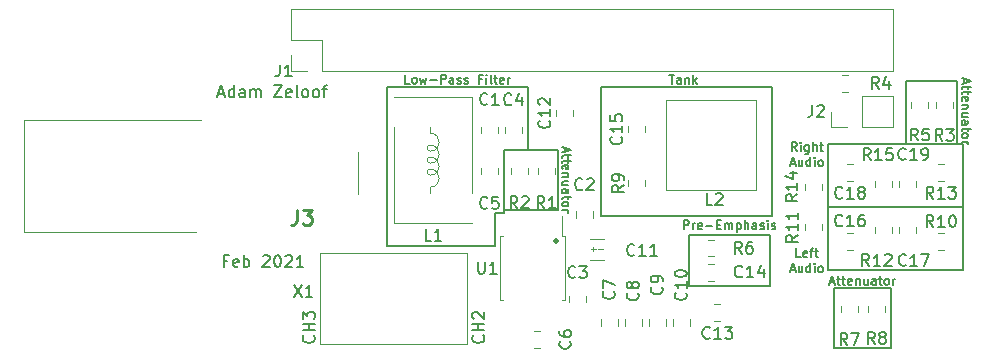
<source format=gto>
G04 #@! TF.GenerationSoftware,KiCad,Pcbnew,(5.1.9)-1*
G04 #@! TF.CreationDate,2021-03-17T22:20:43-04:00*
G04 #@! TF.ProjectId,pi_zero_video_modulator,70695f7a-6572-46f5-9f76-6964656f5f6d,rev?*
G04 #@! TF.SameCoordinates,Original*
G04 #@! TF.FileFunction,Legend,Top*
G04 #@! TF.FilePolarity,Positive*
%FSLAX46Y46*%
G04 Gerber Fmt 4.6, Leading zero omitted, Abs format (unit mm)*
G04 Created by KiCad (PCBNEW (5.1.9)-1) date 2021-03-17 22:20:43*
%MOMM*%
%LPD*%
G01*
G04 APERTURE LIST*
%ADD10C,0.100000*%
%ADD11C,0.500000*%
%ADD12C,0.150000*%
%ADD13C,0.120000*%
%ADD14C,0.254000*%
G04 APERTURE END LIST*
D10*
X44940600Y-45704914D02*
X45321552Y-45704914D01*
X45131076Y-45895390D02*
X45131076Y-45514438D01*
X45559647Y-45704914D02*
X45940600Y-45704914D01*
D11*
X41935400Y-44983400D02*
G75*
G03*
X41935400Y-44983400I0J0D01*
G01*
D12*
X14146590Y-46689971D02*
X13813257Y-46689971D01*
X13813257Y-47213780D02*
X13813257Y-46213780D01*
X14289447Y-46213780D01*
X15051352Y-47166161D02*
X14956114Y-47213780D01*
X14765638Y-47213780D01*
X14670400Y-47166161D01*
X14622780Y-47070923D01*
X14622780Y-46689971D01*
X14670400Y-46594733D01*
X14765638Y-46547114D01*
X14956114Y-46547114D01*
X15051352Y-46594733D01*
X15098971Y-46689971D01*
X15098971Y-46785209D01*
X14622780Y-46880447D01*
X15527542Y-47213780D02*
X15527542Y-46213780D01*
X15527542Y-46594733D02*
X15622780Y-46547114D01*
X15813257Y-46547114D01*
X15908495Y-46594733D01*
X15956114Y-46642352D01*
X16003733Y-46737590D01*
X16003733Y-47023304D01*
X15956114Y-47118542D01*
X15908495Y-47166161D01*
X15813257Y-47213780D01*
X15622780Y-47213780D01*
X15527542Y-47166161D01*
X17146590Y-46309019D02*
X17194209Y-46261400D01*
X17289447Y-46213780D01*
X17527542Y-46213780D01*
X17622780Y-46261400D01*
X17670400Y-46309019D01*
X17718019Y-46404257D01*
X17718019Y-46499495D01*
X17670400Y-46642352D01*
X17098971Y-47213780D01*
X17718019Y-47213780D01*
X18337066Y-46213780D02*
X18432304Y-46213780D01*
X18527542Y-46261400D01*
X18575161Y-46309019D01*
X18622780Y-46404257D01*
X18670400Y-46594733D01*
X18670400Y-46832828D01*
X18622780Y-47023304D01*
X18575161Y-47118542D01*
X18527542Y-47166161D01*
X18432304Y-47213780D01*
X18337066Y-47213780D01*
X18241828Y-47166161D01*
X18194209Y-47118542D01*
X18146590Y-47023304D01*
X18098971Y-46832828D01*
X18098971Y-46594733D01*
X18146590Y-46404257D01*
X18194209Y-46309019D01*
X18241828Y-46261400D01*
X18337066Y-46213780D01*
X19051352Y-46309019D02*
X19098971Y-46261400D01*
X19194209Y-46213780D01*
X19432304Y-46213780D01*
X19527542Y-46261400D01*
X19575161Y-46309019D01*
X19622780Y-46404257D01*
X19622780Y-46499495D01*
X19575161Y-46642352D01*
X19003733Y-47213780D01*
X19622780Y-47213780D01*
X20575161Y-47213780D02*
X20003733Y-47213780D01*
X20289447Y-47213780D02*
X20289447Y-46213780D01*
X20194209Y-46356638D01*
X20098971Y-46451876D01*
X20003733Y-46499495D01*
X13384780Y-32551666D02*
X13860971Y-32551666D01*
X13289542Y-32837380D02*
X13622876Y-31837380D01*
X13956209Y-32837380D01*
X14718114Y-32837380D02*
X14718114Y-31837380D01*
X14718114Y-32789761D02*
X14622876Y-32837380D01*
X14432400Y-32837380D01*
X14337161Y-32789761D01*
X14289542Y-32742142D01*
X14241923Y-32646904D01*
X14241923Y-32361190D01*
X14289542Y-32265952D01*
X14337161Y-32218333D01*
X14432400Y-32170714D01*
X14622876Y-32170714D01*
X14718114Y-32218333D01*
X15622876Y-32837380D02*
X15622876Y-32313571D01*
X15575257Y-32218333D01*
X15480019Y-32170714D01*
X15289542Y-32170714D01*
X15194304Y-32218333D01*
X15622876Y-32789761D02*
X15527638Y-32837380D01*
X15289542Y-32837380D01*
X15194304Y-32789761D01*
X15146685Y-32694523D01*
X15146685Y-32599285D01*
X15194304Y-32504047D01*
X15289542Y-32456428D01*
X15527638Y-32456428D01*
X15622876Y-32408809D01*
X16099066Y-32837380D02*
X16099066Y-32170714D01*
X16099066Y-32265952D02*
X16146685Y-32218333D01*
X16241923Y-32170714D01*
X16384780Y-32170714D01*
X16480019Y-32218333D01*
X16527638Y-32313571D01*
X16527638Y-32837380D01*
X16527638Y-32313571D02*
X16575257Y-32218333D01*
X16670495Y-32170714D01*
X16813352Y-32170714D01*
X16908590Y-32218333D01*
X16956209Y-32313571D01*
X16956209Y-32837380D01*
X18099066Y-31837380D02*
X18765733Y-31837380D01*
X18099066Y-32837380D01*
X18765733Y-32837380D01*
X19527638Y-32789761D02*
X19432400Y-32837380D01*
X19241923Y-32837380D01*
X19146685Y-32789761D01*
X19099066Y-32694523D01*
X19099066Y-32313571D01*
X19146685Y-32218333D01*
X19241923Y-32170714D01*
X19432400Y-32170714D01*
X19527638Y-32218333D01*
X19575257Y-32313571D01*
X19575257Y-32408809D01*
X19099066Y-32504047D01*
X20146685Y-32837380D02*
X20051447Y-32789761D01*
X20003828Y-32694523D01*
X20003828Y-31837380D01*
X20670495Y-32837380D02*
X20575257Y-32789761D01*
X20527638Y-32742142D01*
X20480019Y-32646904D01*
X20480019Y-32361190D01*
X20527638Y-32265952D01*
X20575257Y-32218333D01*
X20670495Y-32170714D01*
X20813352Y-32170714D01*
X20908590Y-32218333D01*
X20956209Y-32265952D01*
X21003828Y-32361190D01*
X21003828Y-32646904D01*
X20956209Y-32742142D01*
X20908590Y-32789761D01*
X20813352Y-32837380D01*
X20670495Y-32837380D01*
X21575257Y-32837380D02*
X21480019Y-32789761D01*
X21432400Y-32742142D01*
X21384780Y-32646904D01*
X21384780Y-32361190D01*
X21432400Y-32265952D01*
X21480019Y-32218333D01*
X21575257Y-32170714D01*
X21718114Y-32170714D01*
X21813352Y-32218333D01*
X21860971Y-32265952D01*
X21908590Y-32361190D01*
X21908590Y-32646904D01*
X21860971Y-32742142D01*
X21813352Y-32789761D01*
X21718114Y-32837380D01*
X21575257Y-32837380D01*
X22194304Y-32170714D02*
X22575257Y-32170714D01*
X22337161Y-32837380D02*
X22337161Y-31980238D01*
X22384780Y-31885000D01*
X22480019Y-31837380D01*
X22575257Y-31837380D01*
X75946000Y-31496000D02*
X75946000Y-36830000D01*
X71628000Y-31496000D02*
X75946000Y-31496000D01*
X71628000Y-36830000D02*
X71628000Y-31496000D01*
X76532200Y-31303857D02*
X76532200Y-31661000D01*
X76317914Y-31232428D02*
X77067914Y-31482428D01*
X76317914Y-31732428D01*
X76817914Y-31875285D02*
X76817914Y-32161000D01*
X77067914Y-31982428D02*
X76425057Y-31982428D01*
X76353628Y-32018142D01*
X76317914Y-32089571D01*
X76317914Y-32161000D01*
X76817914Y-32303857D02*
X76817914Y-32589571D01*
X77067914Y-32411000D02*
X76425057Y-32411000D01*
X76353628Y-32446714D01*
X76317914Y-32518142D01*
X76317914Y-32589571D01*
X76353628Y-33125285D02*
X76317914Y-33053857D01*
X76317914Y-32911000D01*
X76353628Y-32839571D01*
X76425057Y-32803857D01*
X76710771Y-32803857D01*
X76782200Y-32839571D01*
X76817914Y-32911000D01*
X76817914Y-33053857D01*
X76782200Y-33125285D01*
X76710771Y-33161000D01*
X76639342Y-33161000D01*
X76567914Y-32803857D01*
X76817914Y-33482428D02*
X76317914Y-33482428D01*
X76746485Y-33482428D02*
X76782200Y-33518142D01*
X76817914Y-33589571D01*
X76817914Y-33696714D01*
X76782200Y-33768142D01*
X76710771Y-33803857D01*
X76317914Y-33803857D01*
X76817914Y-34482428D02*
X76317914Y-34482428D01*
X76817914Y-34161000D02*
X76425057Y-34161000D01*
X76353628Y-34196714D01*
X76317914Y-34268142D01*
X76317914Y-34375285D01*
X76353628Y-34446714D01*
X76389342Y-34482428D01*
X76317914Y-35161000D02*
X76710771Y-35161000D01*
X76782200Y-35125285D01*
X76817914Y-35053857D01*
X76817914Y-34911000D01*
X76782200Y-34839571D01*
X76353628Y-35161000D02*
X76317914Y-35089571D01*
X76317914Y-34911000D01*
X76353628Y-34839571D01*
X76425057Y-34803857D01*
X76496485Y-34803857D01*
X76567914Y-34839571D01*
X76603628Y-34911000D01*
X76603628Y-35089571D01*
X76639342Y-35161000D01*
X76817914Y-35411000D02*
X76817914Y-35696714D01*
X77067914Y-35518142D02*
X76425057Y-35518142D01*
X76353628Y-35553857D01*
X76317914Y-35625285D01*
X76317914Y-35696714D01*
X76317914Y-36053857D02*
X76353628Y-35982428D01*
X76389342Y-35946714D01*
X76460771Y-35911000D01*
X76675057Y-35911000D01*
X76746485Y-35946714D01*
X76782200Y-35982428D01*
X76817914Y-36053857D01*
X76817914Y-36161000D01*
X76782200Y-36232428D01*
X76746485Y-36268142D01*
X76675057Y-36303857D01*
X76460771Y-36303857D01*
X76389342Y-36268142D01*
X76353628Y-36232428D01*
X76317914Y-36161000D01*
X76317914Y-36053857D01*
X76317914Y-36625285D02*
X76817914Y-36625285D01*
X76675057Y-36625285D02*
X76746485Y-36661000D01*
X76782200Y-36696714D01*
X76817914Y-36768142D01*
X76817914Y-36839571D01*
X65162057Y-48512000D02*
X65519200Y-48512000D01*
X65090628Y-48726285D02*
X65340628Y-47976285D01*
X65590628Y-48726285D01*
X65733485Y-48226285D02*
X66019200Y-48226285D01*
X65840628Y-47976285D02*
X65840628Y-48619142D01*
X65876342Y-48690571D01*
X65947771Y-48726285D01*
X66019200Y-48726285D01*
X66162057Y-48226285D02*
X66447771Y-48226285D01*
X66269200Y-47976285D02*
X66269200Y-48619142D01*
X66304914Y-48690571D01*
X66376342Y-48726285D01*
X66447771Y-48726285D01*
X66983485Y-48690571D02*
X66912057Y-48726285D01*
X66769200Y-48726285D01*
X66697771Y-48690571D01*
X66662057Y-48619142D01*
X66662057Y-48333428D01*
X66697771Y-48262000D01*
X66769200Y-48226285D01*
X66912057Y-48226285D01*
X66983485Y-48262000D01*
X67019200Y-48333428D01*
X67019200Y-48404857D01*
X66662057Y-48476285D01*
X67340628Y-48226285D02*
X67340628Y-48726285D01*
X67340628Y-48297714D02*
X67376342Y-48262000D01*
X67447771Y-48226285D01*
X67554914Y-48226285D01*
X67626342Y-48262000D01*
X67662057Y-48333428D01*
X67662057Y-48726285D01*
X68340628Y-48226285D02*
X68340628Y-48726285D01*
X68019200Y-48226285D02*
X68019200Y-48619142D01*
X68054914Y-48690571D01*
X68126342Y-48726285D01*
X68233485Y-48726285D01*
X68304914Y-48690571D01*
X68340628Y-48654857D01*
X69019200Y-48726285D02*
X69019200Y-48333428D01*
X68983485Y-48262000D01*
X68912057Y-48226285D01*
X68769200Y-48226285D01*
X68697771Y-48262000D01*
X69019200Y-48690571D02*
X68947771Y-48726285D01*
X68769200Y-48726285D01*
X68697771Y-48690571D01*
X68662057Y-48619142D01*
X68662057Y-48547714D01*
X68697771Y-48476285D01*
X68769200Y-48440571D01*
X68947771Y-48440571D01*
X69019200Y-48404857D01*
X69269200Y-48226285D02*
X69554914Y-48226285D01*
X69376342Y-47976285D02*
X69376342Y-48619142D01*
X69412057Y-48690571D01*
X69483485Y-48726285D01*
X69554914Y-48726285D01*
X69912057Y-48726285D02*
X69840628Y-48690571D01*
X69804914Y-48654857D01*
X69769200Y-48583428D01*
X69769200Y-48369142D01*
X69804914Y-48297714D01*
X69840628Y-48262000D01*
X69912057Y-48226285D01*
X70019200Y-48226285D01*
X70090628Y-48262000D01*
X70126342Y-48297714D01*
X70162057Y-48369142D01*
X70162057Y-48583428D01*
X70126342Y-48654857D01*
X70090628Y-48690571D01*
X70019200Y-48726285D01*
X69912057Y-48726285D01*
X70483485Y-48726285D02*
X70483485Y-48226285D01*
X70483485Y-48369142D02*
X70519200Y-48297714D01*
X70554914Y-48262000D01*
X70626342Y-48226285D01*
X70697771Y-48226285D01*
X70358000Y-49022000D02*
X65532000Y-49022000D01*
X70358000Y-54102000D02*
X70358000Y-49022000D01*
X65532000Y-54102000D02*
X70358000Y-54102000D01*
X65532000Y-49022000D02*
X65532000Y-54102000D01*
X65024000Y-36830000D02*
X65024000Y-42164000D01*
X62677342Y-46386985D02*
X62320200Y-46386985D01*
X62320200Y-45636985D01*
X63213057Y-46351271D02*
X63141628Y-46386985D01*
X62998771Y-46386985D01*
X62927342Y-46351271D01*
X62891628Y-46279842D01*
X62891628Y-45994128D01*
X62927342Y-45922700D01*
X62998771Y-45886985D01*
X63141628Y-45886985D01*
X63213057Y-45922700D01*
X63248771Y-45994128D01*
X63248771Y-46065557D01*
X62891628Y-46136985D01*
X63463057Y-45886985D02*
X63748771Y-45886985D01*
X63570200Y-46386985D02*
X63570200Y-45744128D01*
X63605914Y-45672700D01*
X63677342Y-45636985D01*
X63748771Y-45636985D01*
X63891628Y-45886985D02*
X64177342Y-45886985D01*
X63998771Y-45636985D02*
X63998771Y-46279842D01*
X64034485Y-46351271D01*
X64105914Y-46386985D01*
X64177342Y-46386985D01*
X61820200Y-47447700D02*
X62177342Y-47447700D01*
X61748771Y-47661985D02*
X61998771Y-46911985D01*
X62248771Y-47661985D01*
X62820200Y-47161985D02*
X62820200Y-47661985D01*
X62498771Y-47161985D02*
X62498771Y-47554842D01*
X62534485Y-47626271D01*
X62605914Y-47661985D01*
X62713057Y-47661985D01*
X62784485Y-47626271D01*
X62820200Y-47590557D01*
X63498771Y-47661985D02*
X63498771Y-46911985D01*
X63498771Y-47626271D02*
X63427342Y-47661985D01*
X63284485Y-47661985D01*
X63213057Y-47626271D01*
X63177342Y-47590557D01*
X63141628Y-47519128D01*
X63141628Y-47304842D01*
X63177342Y-47233414D01*
X63213057Y-47197700D01*
X63284485Y-47161985D01*
X63427342Y-47161985D01*
X63498771Y-47197700D01*
X63855914Y-47661985D02*
X63855914Y-47161985D01*
X63855914Y-46911985D02*
X63820200Y-46947700D01*
X63855914Y-46983414D01*
X63891628Y-46947700D01*
X63855914Y-46911985D01*
X63855914Y-46983414D01*
X64320200Y-47661985D02*
X64248771Y-47626271D01*
X64213057Y-47590557D01*
X64177342Y-47519128D01*
X64177342Y-47304842D01*
X64213057Y-47233414D01*
X64248771Y-47197700D01*
X64320200Y-47161985D01*
X64427342Y-47161985D01*
X64498771Y-47197700D01*
X64534485Y-47233414D01*
X64570200Y-47304842D01*
X64570200Y-47519128D01*
X64534485Y-47590557D01*
X64498771Y-47626271D01*
X64427342Y-47661985D01*
X64320200Y-47661985D01*
X62355914Y-37395385D02*
X62105914Y-37038242D01*
X61927342Y-37395385D02*
X61927342Y-36645385D01*
X62213057Y-36645385D01*
X62284485Y-36681100D01*
X62320200Y-36716814D01*
X62355914Y-36788242D01*
X62355914Y-36895385D01*
X62320200Y-36966814D01*
X62284485Y-37002528D01*
X62213057Y-37038242D01*
X61927342Y-37038242D01*
X62677342Y-37395385D02*
X62677342Y-36895385D01*
X62677342Y-36645385D02*
X62641628Y-36681100D01*
X62677342Y-36716814D01*
X62713057Y-36681100D01*
X62677342Y-36645385D01*
X62677342Y-36716814D01*
X63355914Y-36895385D02*
X63355914Y-37502528D01*
X63320200Y-37573957D01*
X63284485Y-37609671D01*
X63213057Y-37645385D01*
X63105914Y-37645385D01*
X63034485Y-37609671D01*
X63355914Y-37359671D02*
X63284485Y-37395385D01*
X63141628Y-37395385D01*
X63070200Y-37359671D01*
X63034485Y-37323957D01*
X62998771Y-37252528D01*
X62998771Y-37038242D01*
X63034485Y-36966814D01*
X63070200Y-36931100D01*
X63141628Y-36895385D01*
X63284485Y-36895385D01*
X63355914Y-36931100D01*
X63713057Y-37395385D02*
X63713057Y-36645385D01*
X64034485Y-37395385D02*
X64034485Y-37002528D01*
X63998771Y-36931100D01*
X63927342Y-36895385D01*
X63820200Y-36895385D01*
X63748771Y-36931100D01*
X63713057Y-36966814D01*
X64284485Y-36895385D02*
X64570200Y-36895385D01*
X64391628Y-36645385D02*
X64391628Y-37288242D01*
X64427342Y-37359671D01*
X64498771Y-37395385D01*
X64570200Y-37395385D01*
X61820200Y-38456100D02*
X62177342Y-38456100D01*
X61748771Y-38670385D02*
X61998771Y-37920385D01*
X62248771Y-38670385D01*
X62820200Y-38170385D02*
X62820200Y-38670385D01*
X62498771Y-38170385D02*
X62498771Y-38563242D01*
X62534485Y-38634671D01*
X62605914Y-38670385D01*
X62713057Y-38670385D01*
X62784485Y-38634671D01*
X62820200Y-38598957D01*
X63498771Y-38670385D02*
X63498771Y-37920385D01*
X63498771Y-38634671D02*
X63427342Y-38670385D01*
X63284485Y-38670385D01*
X63213057Y-38634671D01*
X63177342Y-38598957D01*
X63141628Y-38527528D01*
X63141628Y-38313242D01*
X63177342Y-38241814D01*
X63213057Y-38206100D01*
X63284485Y-38170385D01*
X63427342Y-38170385D01*
X63498771Y-38206100D01*
X63855914Y-38670385D02*
X63855914Y-38170385D01*
X63855914Y-37920385D02*
X63820200Y-37956100D01*
X63855914Y-37991814D01*
X63891628Y-37956100D01*
X63855914Y-37920385D01*
X63855914Y-37991814D01*
X64320200Y-38670385D02*
X64248771Y-38634671D01*
X64213057Y-38598957D01*
X64177342Y-38527528D01*
X64177342Y-38313242D01*
X64213057Y-38241814D01*
X64248771Y-38206100D01*
X64320200Y-38170385D01*
X64427342Y-38170385D01*
X64498771Y-38206100D01*
X64534485Y-38241814D01*
X64570200Y-38313242D01*
X64570200Y-38527528D01*
X64534485Y-38598957D01*
X64498771Y-38634671D01*
X64427342Y-38670385D01*
X64320200Y-38670385D01*
X52784857Y-44027285D02*
X52784857Y-43277285D01*
X53070571Y-43277285D01*
X53142000Y-43313000D01*
X53177714Y-43348714D01*
X53213428Y-43420142D01*
X53213428Y-43527285D01*
X53177714Y-43598714D01*
X53142000Y-43634428D01*
X53070571Y-43670142D01*
X52784857Y-43670142D01*
X53534857Y-44027285D02*
X53534857Y-43527285D01*
X53534857Y-43670142D02*
X53570571Y-43598714D01*
X53606285Y-43563000D01*
X53677714Y-43527285D01*
X53749142Y-43527285D01*
X54284857Y-43991571D02*
X54213428Y-44027285D01*
X54070571Y-44027285D01*
X53999142Y-43991571D01*
X53963428Y-43920142D01*
X53963428Y-43634428D01*
X53999142Y-43563000D01*
X54070571Y-43527285D01*
X54213428Y-43527285D01*
X54284857Y-43563000D01*
X54320571Y-43634428D01*
X54320571Y-43705857D01*
X53963428Y-43777285D01*
X54642000Y-43741571D02*
X55213428Y-43741571D01*
X55570571Y-43634428D02*
X55820571Y-43634428D01*
X55927714Y-44027285D02*
X55570571Y-44027285D01*
X55570571Y-43277285D01*
X55927714Y-43277285D01*
X56249142Y-44027285D02*
X56249142Y-43527285D01*
X56249142Y-43598714D02*
X56284857Y-43563000D01*
X56356285Y-43527285D01*
X56463428Y-43527285D01*
X56534857Y-43563000D01*
X56570571Y-43634428D01*
X56570571Y-44027285D01*
X56570571Y-43634428D02*
X56606285Y-43563000D01*
X56677714Y-43527285D01*
X56784857Y-43527285D01*
X56856285Y-43563000D01*
X56892000Y-43634428D01*
X56892000Y-44027285D01*
X57249142Y-43527285D02*
X57249142Y-44277285D01*
X57249142Y-43563000D02*
X57320571Y-43527285D01*
X57463428Y-43527285D01*
X57534857Y-43563000D01*
X57570571Y-43598714D01*
X57606285Y-43670142D01*
X57606285Y-43884428D01*
X57570571Y-43955857D01*
X57534857Y-43991571D01*
X57463428Y-44027285D01*
X57320571Y-44027285D01*
X57249142Y-43991571D01*
X57927714Y-44027285D02*
X57927714Y-43277285D01*
X58249142Y-44027285D02*
X58249142Y-43634428D01*
X58213428Y-43563000D01*
X58142000Y-43527285D01*
X58034857Y-43527285D01*
X57963428Y-43563000D01*
X57927714Y-43598714D01*
X58927714Y-44027285D02*
X58927714Y-43634428D01*
X58892000Y-43563000D01*
X58820571Y-43527285D01*
X58677714Y-43527285D01*
X58606285Y-43563000D01*
X58927714Y-43991571D02*
X58856285Y-44027285D01*
X58677714Y-44027285D01*
X58606285Y-43991571D01*
X58570571Y-43920142D01*
X58570571Y-43848714D01*
X58606285Y-43777285D01*
X58677714Y-43741571D01*
X58856285Y-43741571D01*
X58927714Y-43705857D01*
X59249142Y-43991571D02*
X59320571Y-44027285D01*
X59463428Y-44027285D01*
X59534857Y-43991571D01*
X59570571Y-43920142D01*
X59570571Y-43884428D01*
X59534857Y-43813000D01*
X59463428Y-43777285D01*
X59356285Y-43777285D01*
X59284857Y-43741571D01*
X59249142Y-43670142D01*
X59249142Y-43634428D01*
X59284857Y-43563000D01*
X59356285Y-43527285D01*
X59463428Y-43527285D01*
X59534857Y-43563000D01*
X59892000Y-44027285D02*
X59892000Y-43527285D01*
X59892000Y-43277285D02*
X59856285Y-43313000D01*
X59892000Y-43348714D01*
X59927714Y-43313000D01*
X59892000Y-43277285D01*
X59892000Y-43348714D01*
X60213428Y-43991571D02*
X60284857Y-44027285D01*
X60427714Y-44027285D01*
X60499142Y-43991571D01*
X60534857Y-43920142D01*
X60534857Y-43884428D01*
X60499142Y-43813000D01*
X60427714Y-43777285D01*
X60320571Y-43777285D01*
X60249142Y-43741571D01*
X60213428Y-43670142D01*
X60213428Y-43634428D01*
X60249142Y-43563000D01*
X60320571Y-43527285D01*
X60427714Y-43527285D01*
X60499142Y-43563000D01*
X60045600Y-44526200D02*
X53187600Y-44526200D01*
X60045600Y-48844200D02*
X60045600Y-44526200D01*
X53187600Y-48844200D02*
X60045600Y-48844200D01*
X53187600Y-44526200D02*
X53187600Y-48844200D01*
X76454000Y-37084000D02*
X76454000Y-36830000D01*
X76200000Y-36830000D02*
X76454000Y-36830000D01*
X76454000Y-47498000D02*
X76454000Y-42164000D01*
X65024000Y-47498000D02*
X76454000Y-47498000D01*
X65024000Y-42164000D02*
X65024000Y-47498000D01*
X76454000Y-42164000D02*
X65024000Y-42164000D01*
X76454000Y-37084000D02*
X76454000Y-42164000D01*
X65024000Y-36830000D02*
X76200000Y-36830000D01*
X42724800Y-37095057D02*
X42724800Y-37452200D01*
X42510514Y-37023628D02*
X43260514Y-37273628D01*
X42510514Y-37523628D01*
X43010514Y-37666485D02*
X43010514Y-37952200D01*
X43260514Y-37773628D02*
X42617657Y-37773628D01*
X42546228Y-37809342D01*
X42510514Y-37880771D01*
X42510514Y-37952200D01*
X43010514Y-38095057D02*
X43010514Y-38380771D01*
X43260514Y-38202200D02*
X42617657Y-38202200D01*
X42546228Y-38237914D01*
X42510514Y-38309342D01*
X42510514Y-38380771D01*
X42546228Y-38916485D02*
X42510514Y-38845057D01*
X42510514Y-38702200D01*
X42546228Y-38630771D01*
X42617657Y-38595057D01*
X42903371Y-38595057D01*
X42974800Y-38630771D01*
X43010514Y-38702200D01*
X43010514Y-38845057D01*
X42974800Y-38916485D01*
X42903371Y-38952200D01*
X42831942Y-38952200D01*
X42760514Y-38595057D01*
X43010514Y-39273628D02*
X42510514Y-39273628D01*
X42939085Y-39273628D02*
X42974800Y-39309342D01*
X43010514Y-39380771D01*
X43010514Y-39487914D01*
X42974800Y-39559342D01*
X42903371Y-39595057D01*
X42510514Y-39595057D01*
X43010514Y-40273628D02*
X42510514Y-40273628D01*
X43010514Y-39952200D02*
X42617657Y-39952200D01*
X42546228Y-39987914D01*
X42510514Y-40059342D01*
X42510514Y-40166485D01*
X42546228Y-40237914D01*
X42581942Y-40273628D01*
X42510514Y-40952200D02*
X42903371Y-40952200D01*
X42974800Y-40916485D01*
X43010514Y-40845057D01*
X43010514Y-40702200D01*
X42974800Y-40630771D01*
X42546228Y-40952200D02*
X42510514Y-40880771D01*
X42510514Y-40702200D01*
X42546228Y-40630771D01*
X42617657Y-40595057D01*
X42689085Y-40595057D01*
X42760514Y-40630771D01*
X42796228Y-40702200D01*
X42796228Y-40880771D01*
X42831942Y-40952200D01*
X43010514Y-41202200D02*
X43010514Y-41487914D01*
X43260514Y-41309342D02*
X42617657Y-41309342D01*
X42546228Y-41345057D01*
X42510514Y-41416485D01*
X42510514Y-41487914D01*
X42510514Y-41845057D02*
X42546228Y-41773628D01*
X42581942Y-41737914D01*
X42653371Y-41702200D01*
X42867657Y-41702200D01*
X42939085Y-41737914D01*
X42974800Y-41773628D01*
X43010514Y-41845057D01*
X43010514Y-41952200D01*
X42974800Y-42023628D01*
X42939085Y-42059342D01*
X42867657Y-42095057D01*
X42653371Y-42095057D01*
X42581942Y-42059342D01*
X42546228Y-42023628D01*
X42510514Y-41952200D01*
X42510514Y-41845057D01*
X42510514Y-42416485D02*
X43010514Y-42416485D01*
X42867657Y-42416485D02*
X42939085Y-42452200D01*
X42974800Y-42487914D01*
X43010514Y-42559342D01*
X43010514Y-42630771D01*
X51559371Y-30958285D02*
X51987942Y-30958285D01*
X51773657Y-31708285D02*
X51773657Y-30958285D01*
X52559371Y-31708285D02*
X52559371Y-31315428D01*
X52523657Y-31244000D01*
X52452228Y-31208285D01*
X52309371Y-31208285D01*
X52237942Y-31244000D01*
X52559371Y-31672571D02*
X52487942Y-31708285D01*
X52309371Y-31708285D01*
X52237942Y-31672571D01*
X52202228Y-31601142D01*
X52202228Y-31529714D01*
X52237942Y-31458285D01*
X52309371Y-31422571D01*
X52487942Y-31422571D01*
X52559371Y-31386857D01*
X52916514Y-31208285D02*
X52916514Y-31708285D01*
X52916514Y-31279714D02*
X52952228Y-31244000D01*
X53023657Y-31208285D01*
X53130800Y-31208285D01*
X53202228Y-31244000D01*
X53237942Y-31315428D01*
X53237942Y-31708285D01*
X53595085Y-31708285D02*
X53595085Y-30958285D01*
X53666514Y-31422571D02*
X53880800Y-31708285D01*
X53880800Y-31208285D02*
X53595085Y-31494000D01*
X45770800Y-42926000D02*
X45770800Y-32004000D01*
X60248800Y-42926000D02*
X45770800Y-42926000D01*
X60248800Y-32004000D02*
X60248800Y-42926000D01*
X45770800Y-32004000D02*
X60248800Y-32004000D01*
X35790142Y-53014476D02*
X35837761Y-53062095D01*
X35885380Y-53204952D01*
X35885380Y-53300190D01*
X35837761Y-53443047D01*
X35742523Y-53538285D01*
X35647285Y-53585904D01*
X35456809Y-53633523D01*
X35313952Y-53633523D01*
X35123476Y-53585904D01*
X35028238Y-53538285D01*
X34933000Y-53443047D01*
X34885380Y-53300190D01*
X34885380Y-53204952D01*
X34933000Y-53062095D01*
X34980619Y-53014476D01*
X35885380Y-52585904D02*
X34885380Y-52585904D01*
X35361571Y-52585904D02*
X35361571Y-52014476D01*
X35885380Y-52014476D02*
X34885380Y-52014476D01*
X34980619Y-51585904D02*
X34933000Y-51538285D01*
X34885380Y-51443047D01*
X34885380Y-51204952D01*
X34933000Y-51109714D01*
X34980619Y-51062095D01*
X35075857Y-51014476D01*
X35171095Y-51014476D01*
X35313952Y-51062095D01*
X35885380Y-51633523D01*
X35885380Y-51014476D01*
X21439142Y-53014476D02*
X21486761Y-53062095D01*
X21534380Y-53204952D01*
X21534380Y-53300190D01*
X21486761Y-53443047D01*
X21391523Y-53538285D01*
X21296285Y-53585904D01*
X21105809Y-53633523D01*
X20962952Y-53633523D01*
X20772476Y-53585904D01*
X20677238Y-53538285D01*
X20582000Y-53443047D01*
X20534380Y-53300190D01*
X20534380Y-53204952D01*
X20582000Y-53062095D01*
X20629619Y-53014476D01*
X21534380Y-52585904D02*
X20534380Y-52585904D01*
X21010571Y-52585904D02*
X21010571Y-52014476D01*
X21534380Y-52014476D02*
X20534380Y-52014476D01*
X20534380Y-51633523D02*
X20534380Y-51014476D01*
X20915333Y-51347809D01*
X20915333Y-51204952D01*
X20962952Y-51109714D01*
X21010571Y-51062095D01*
X21105809Y-51014476D01*
X21343904Y-51014476D01*
X21439142Y-51062095D01*
X21486761Y-51109714D01*
X21534380Y-51204952D01*
X21534380Y-51490666D01*
X21486761Y-51585904D01*
X21439142Y-51633523D01*
X29568485Y-31682885D02*
X29211342Y-31682885D01*
X29211342Y-30932885D01*
X29925628Y-31682885D02*
X29854200Y-31647171D01*
X29818485Y-31611457D01*
X29782771Y-31540028D01*
X29782771Y-31325742D01*
X29818485Y-31254314D01*
X29854200Y-31218600D01*
X29925628Y-31182885D01*
X30032771Y-31182885D01*
X30104200Y-31218600D01*
X30139914Y-31254314D01*
X30175628Y-31325742D01*
X30175628Y-31540028D01*
X30139914Y-31611457D01*
X30104200Y-31647171D01*
X30032771Y-31682885D01*
X29925628Y-31682885D01*
X30425628Y-31182885D02*
X30568485Y-31682885D01*
X30711342Y-31325742D01*
X30854200Y-31682885D01*
X30997057Y-31182885D01*
X31282771Y-31397171D02*
X31854200Y-31397171D01*
X32211342Y-31682885D02*
X32211342Y-30932885D01*
X32497057Y-30932885D01*
X32568485Y-30968600D01*
X32604200Y-31004314D01*
X32639914Y-31075742D01*
X32639914Y-31182885D01*
X32604200Y-31254314D01*
X32568485Y-31290028D01*
X32497057Y-31325742D01*
X32211342Y-31325742D01*
X33282771Y-31682885D02*
X33282771Y-31290028D01*
X33247057Y-31218600D01*
X33175628Y-31182885D01*
X33032771Y-31182885D01*
X32961342Y-31218600D01*
X33282771Y-31647171D02*
X33211342Y-31682885D01*
X33032771Y-31682885D01*
X32961342Y-31647171D01*
X32925628Y-31575742D01*
X32925628Y-31504314D01*
X32961342Y-31432885D01*
X33032771Y-31397171D01*
X33211342Y-31397171D01*
X33282771Y-31361457D01*
X33604200Y-31647171D02*
X33675628Y-31682885D01*
X33818485Y-31682885D01*
X33889914Y-31647171D01*
X33925628Y-31575742D01*
X33925628Y-31540028D01*
X33889914Y-31468600D01*
X33818485Y-31432885D01*
X33711342Y-31432885D01*
X33639914Y-31397171D01*
X33604200Y-31325742D01*
X33604200Y-31290028D01*
X33639914Y-31218600D01*
X33711342Y-31182885D01*
X33818485Y-31182885D01*
X33889914Y-31218600D01*
X34211342Y-31647171D02*
X34282771Y-31682885D01*
X34425628Y-31682885D01*
X34497057Y-31647171D01*
X34532771Y-31575742D01*
X34532771Y-31540028D01*
X34497057Y-31468600D01*
X34425628Y-31432885D01*
X34318485Y-31432885D01*
X34247057Y-31397171D01*
X34211342Y-31325742D01*
X34211342Y-31290028D01*
X34247057Y-31218600D01*
X34318485Y-31182885D01*
X34425628Y-31182885D01*
X34497057Y-31218600D01*
X35675628Y-31290028D02*
X35425628Y-31290028D01*
X35425628Y-31682885D02*
X35425628Y-30932885D01*
X35782771Y-30932885D01*
X36068485Y-31682885D02*
X36068485Y-31182885D01*
X36068485Y-30932885D02*
X36032771Y-30968600D01*
X36068485Y-31004314D01*
X36104200Y-30968600D01*
X36068485Y-30932885D01*
X36068485Y-31004314D01*
X36532771Y-31682885D02*
X36461342Y-31647171D01*
X36425628Y-31575742D01*
X36425628Y-30932885D01*
X36711342Y-31182885D02*
X36997057Y-31182885D01*
X36818485Y-30932885D02*
X36818485Y-31575742D01*
X36854200Y-31647171D01*
X36925628Y-31682885D01*
X36997057Y-31682885D01*
X37532771Y-31647171D02*
X37461342Y-31682885D01*
X37318485Y-31682885D01*
X37247057Y-31647171D01*
X37211342Y-31575742D01*
X37211342Y-31290028D01*
X37247057Y-31218600D01*
X37318485Y-31182885D01*
X37461342Y-31182885D01*
X37532771Y-31218600D01*
X37568485Y-31290028D01*
X37568485Y-31361457D01*
X37211342Y-31432885D01*
X37889914Y-31682885D02*
X37889914Y-31182885D01*
X37889914Y-31325742D02*
X37925628Y-31254314D01*
X37961342Y-31218600D01*
X38032771Y-31182885D01*
X38104200Y-31182885D01*
X42164000Y-42418000D02*
X37592000Y-42418000D01*
X42164000Y-37338000D02*
X42164000Y-42418000D01*
X39624000Y-37338000D02*
X42164000Y-37338000D01*
X27686000Y-32004000D02*
X27686000Y-32258000D01*
X39624000Y-32004000D02*
X27686000Y-32004000D01*
X39624000Y-37338000D02*
X39624000Y-32004000D01*
X37592000Y-37338000D02*
X39624000Y-37338000D01*
X37592000Y-42672000D02*
X37592000Y-37338000D01*
X36830000Y-42672000D02*
X37592000Y-42672000D01*
X36830000Y-45466000D02*
X36830000Y-42672000D01*
X27686000Y-45466000D02*
X36830000Y-45466000D01*
X27686000Y-32258000D02*
X27686000Y-45466000D01*
D10*
X11447000Y-44247000D02*
X-3053000Y-44247000D01*
X-3053000Y-44247000D02*
X-3053000Y-34747000D01*
X-3053000Y-34747000D02*
X11947000Y-34747000D01*
X25197000Y-37497000D02*
X25197000Y-40997000D01*
D13*
X51272000Y-33056000D02*
X51272000Y-40676000D01*
X58892000Y-33056000D02*
X51272000Y-33056000D01*
X58892000Y-40676000D02*
X58892000Y-33056000D01*
X51272000Y-40676000D02*
X58892000Y-40676000D01*
X43071980Y-49703222D02*
X43071980Y-50220378D01*
X44491980Y-49703222D02*
X44491980Y-50220378D01*
X21944000Y-53760000D02*
X34444000Y-53760000D01*
X34444000Y-46060000D02*
X21944000Y-46060000D01*
X34444000Y-53760000D02*
X34444000Y-46060000D01*
X21944000Y-46060000D02*
X21944000Y-53760000D01*
X48058000Y-39873422D02*
X48058000Y-40390578D01*
X49478000Y-39873422D02*
X49478000Y-40390578D01*
X49478000Y-35818578D02*
X49478000Y-35301422D01*
X48058000Y-35818578D02*
X48058000Y-35301422D01*
X43389620Y-34444438D02*
X43389620Y-33927282D01*
X41969620Y-34444438D02*
X41969620Y-33927282D01*
X42444600Y-44595200D02*
X42444600Y-42920200D01*
X42704600Y-44595200D02*
X42444600Y-44595200D01*
X42704600Y-47320200D02*
X42704600Y-44595200D01*
X42704600Y-50045200D02*
X42444600Y-50045200D01*
X42704600Y-47320200D02*
X42704600Y-50045200D01*
X37254600Y-44595200D02*
X37514600Y-44595200D01*
X37254600Y-47320200D02*
X37254600Y-44595200D01*
X37254600Y-50045200D02*
X37514600Y-50045200D01*
X37254600Y-47320200D02*
X37254600Y-50045200D01*
X70382200Y-39924222D02*
X70382200Y-40441378D01*
X68962200Y-39924222D02*
X68962200Y-40441378D01*
X74290422Y-38533000D02*
X74807578Y-38533000D01*
X74290422Y-39953000D02*
X74807578Y-39953000D01*
X72465000Y-39924222D02*
X72465000Y-40441378D01*
X71045000Y-39924222D02*
X71045000Y-40441378D01*
X66594222Y-38533000D02*
X67111378Y-38533000D01*
X66594222Y-39953000D02*
X67111378Y-39953000D01*
X72035600Y-33269422D02*
X72035600Y-33786578D01*
X73455600Y-33269422D02*
X73455600Y-33786578D01*
X37032000Y-35843978D02*
X37032000Y-35326822D01*
X35612000Y-35843978D02*
X35612000Y-35326822D01*
X64464000Y-40695378D02*
X64464000Y-40178222D01*
X63044000Y-40695378D02*
X63044000Y-40178222D01*
X70382200Y-44378378D02*
X70382200Y-43861222D01*
X68962200Y-44378378D02*
X68962200Y-43861222D01*
X63044000Y-43607222D02*
X63044000Y-44124378D01*
X64464000Y-43607222D02*
X64464000Y-44124378D01*
X74290422Y-45769600D02*
X74807578Y-45769600D01*
X74290422Y-44349600D02*
X74807578Y-44349600D01*
X68378000Y-50541422D02*
X68378000Y-51058578D01*
X69798000Y-50541422D02*
X69798000Y-51058578D01*
X66092000Y-50541422D02*
X66092000Y-51058578D01*
X67512000Y-50541422D02*
X67512000Y-51058578D01*
X55343558Y-44905860D02*
X54826402Y-44905860D01*
X55343558Y-46325860D02*
X54826402Y-46325860D01*
X66162422Y-32383800D02*
X66679578Y-32383800D01*
X66162422Y-30963800D02*
X66679578Y-30963800D01*
X74143800Y-33269422D02*
X74143800Y-33786578D01*
X75563800Y-33269422D02*
X75563800Y-33786578D01*
X38152000Y-38857422D02*
X38152000Y-39374578D01*
X39572000Y-38857422D02*
X39572000Y-39374578D01*
X41858000Y-39374578D02*
X41858000Y-38857422D01*
X40438000Y-39374578D02*
X40438000Y-38857422D01*
X31318200Y-35890200D02*
X31318200Y-35382200D01*
X31318200Y-40462200D02*
X31318200Y-40970200D01*
X28270200Y-43510200D02*
X34874200Y-43510200D01*
X28270200Y-35382200D02*
X28270200Y-43510200D01*
X28524200Y-32842200D02*
X28270200Y-32842200D01*
X34874200Y-32842200D02*
X28524200Y-32842200D01*
X34874200Y-40970200D02*
X34874200Y-32842200D01*
X31318200Y-39446200D02*
G75*
G02*
X31318200Y-38938200I0J254000D01*
G01*
X31318200Y-38938200D02*
G75*
G02*
X31318200Y-40462200I0J-762000D01*
G01*
X31318200Y-38430200D02*
G75*
G02*
X31318200Y-37922200I0J254000D01*
G01*
X31318200Y-37414200D02*
G75*
G02*
X31318200Y-36906200I0J254000D01*
G01*
X31318200Y-37922200D02*
G75*
G02*
X31318200Y-39446200I0J-762000D01*
G01*
X31318200Y-36906200D02*
G75*
G02*
X31318200Y-38430200I0J-762000D01*
G01*
X31318200Y-35890200D02*
G75*
G02*
X31318200Y-37414200I0J-762000D01*
G01*
X65258640Y-35398420D02*
X65258640Y-34068420D01*
X66588640Y-35398420D02*
X65258640Y-35398420D01*
X67858640Y-35398420D02*
X67858640Y-32738420D01*
X67858640Y-32738420D02*
X70458640Y-32738420D01*
X67858640Y-35398420D02*
X70458640Y-35398420D01*
X70458640Y-35398420D02*
X70458640Y-32738420D01*
X72465000Y-44378378D02*
X72465000Y-43861222D01*
X71045000Y-44378378D02*
X71045000Y-43861222D01*
X66594222Y-45769600D02*
X67111378Y-45769600D01*
X66594222Y-44349600D02*
X67111378Y-44349600D01*
X55341018Y-46965800D02*
X54823862Y-46965800D01*
X55341018Y-48385800D02*
X54823862Y-48385800D01*
X55884578Y-50344000D02*
X55367422Y-50344000D01*
X55884578Y-51764000D02*
X55367422Y-51764000D01*
X44838536Y-44810000D02*
X46042664Y-44810000D01*
X44838536Y-46630000D02*
X46042664Y-46630000D01*
X51868000Y-51659022D02*
X51868000Y-52176178D01*
X53288000Y-51659022D02*
X53288000Y-52176178D01*
X49836000Y-51659022D02*
X49836000Y-52176178D01*
X51256000Y-51659022D02*
X51256000Y-52176178D01*
X47804000Y-51659022D02*
X47804000Y-52176178D01*
X49224000Y-51659022D02*
X49224000Y-52176178D01*
X45772000Y-51659022D02*
X45772000Y-52176178D01*
X47192000Y-51659022D02*
X47192000Y-52176178D01*
X40127422Y-54050000D02*
X40644578Y-54050000D01*
X40127422Y-52630000D02*
X40644578Y-52630000D01*
X35612000Y-38857422D02*
X35612000Y-39374578D01*
X37032000Y-38857422D02*
X37032000Y-39374578D01*
X37644000Y-35326822D02*
X37644000Y-35843978D01*
X39064000Y-35326822D02*
X39064000Y-35843978D01*
X45083800Y-43032178D02*
X45083800Y-42515022D01*
X43663800Y-43032178D02*
X43663800Y-42515022D01*
X19540000Y-30600000D02*
X19540000Y-29270000D01*
X20870000Y-30600000D02*
X19540000Y-30600000D01*
X19540000Y-28000000D02*
X19540000Y-25400000D01*
X22140000Y-28000000D02*
X19540000Y-28000000D01*
X22140000Y-30600000D02*
X22140000Y-28000000D01*
X19540000Y-25400000D02*
X70460000Y-25400000D01*
X22140000Y-30600000D02*
X70460000Y-30600000D01*
X70460000Y-30600000D02*
X70460000Y-25400000D01*
D14*
X20023666Y-42357523D02*
X20023666Y-43264666D01*
X19963190Y-43446095D01*
X19842238Y-43567047D01*
X19660809Y-43627523D01*
X19539857Y-43627523D01*
X20507476Y-42357523D02*
X21293666Y-42357523D01*
X20870333Y-42841333D01*
X21051761Y-42841333D01*
X21172714Y-42901809D01*
X21233190Y-42962285D01*
X21293666Y-43083238D01*
X21293666Y-43385619D01*
X21233190Y-43506571D01*
X21172714Y-43567047D01*
X21051761Y-43627523D01*
X20688904Y-43627523D01*
X20567952Y-43567047D01*
X20507476Y-43506571D01*
D12*
X55205333Y-41981380D02*
X54729142Y-41981380D01*
X54729142Y-40981380D01*
X55491047Y-41076619D02*
X55538666Y-41029000D01*
X55633904Y-40981380D01*
X55872000Y-40981380D01*
X55967238Y-41029000D01*
X56014857Y-41076619D01*
X56062476Y-41171857D01*
X56062476Y-41267095D01*
X56014857Y-41409952D01*
X55443428Y-41981380D01*
X56062476Y-41981380D01*
X43597533Y-48058342D02*
X43549914Y-48105961D01*
X43407057Y-48153580D01*
X43311819Y-48153580D01*
X43168961Y-48105961D01*
X43073723Y-48010723D01*
X43026104Y-47915485D01*
X42978485Y-47725009D01*
X42978485Y-47582152D01*
X43026104Y-47391676D01*
X43073723Y-47296438D01*
X43168961Y-47201200D01*
X43311819Y-47153580D01*
X43407057Y-47153580D01*
X43549914Y-47201200D01*
X43597533Y-47248819D01*
X43930866Y-47153580D02*
X44549914Y-47153580D01*
X44216580Y-47534533D01*
X44359438Y-47534533D01*
X44454676Y-47582152D01*
X44502295Y-47629771D01*
X44549914Y-47725009D01*
X44549914Y-47963104D01*
X44502295Y-48058342D01*
X44454676Y-48105961D01*
X44359438Y-48153580D01*
X44073723Y-48153580D01*
X43978485Y-48105961D01*
X43930866Y-48058342D01*
X19764476Y-48728380D02*
X20431142Y-49728380D01*
X20431142Y-48728380D02*
X19764476Y-49728380D01*
X21335904Y-49728380D02*
X20764476Y-49728380D01*
X21050190Y-49728380D02*
X21050190Y-48728380D01*
X20954952Y-48871238D01*
X20859714Y-48966476D01*
X20764476Y-49014095D01*
X47696380Y-40298666D02*
X47220190Y-40632000D01*
X47696380Y-40870095D02*
X46696380Y-40870095D01*
X46696380Y-40489142D01*
X46744000Y-40393904D01*
X46791619Y-40346285D01*
X46886857Y-40298666D01*
X47029714Y-40298666D01*
X47124952Y-40346285D01*
X47172571Y-40393904D01*
X47220190Y-40489142D01*
X47220190Y-40870095D01*
X47696380Y-39822476D02*
X47696380Y-39632000D01*
X47648761Y-39536761D01*
X47601142Y-39489142D01*
X47458285Y-39393904D01*
X47267809Y-39346285D01*
X46886857Y-39346285D01*
X46791619Y-39393904D01*
X46744000Y-39441523D01*
X46696380Y-39536761D01*
X46696380Y-39727238D01*
X46744000Y-39822476D01*
X46791619Y-39870095D01*
X46886857Y-39917714D01*
X47124952Y-39917714D01*
X47220190Y-39870095D01*
X47267809Y-39822476D01*
X47315428Y-39727238D01*
X47315428Y-39536761D01*
X47267809Y-39441523D01*
X47220190Y-39393904D01*
X47124952Y-39346285D01*
X47475142Y-36202857D02*
X47522761Y-36250476D01*
X47570380Y-36393333D01*
X47570380Y-36488571D01*
X47522761Y-36631428D01*
X47427523Y-36726666D01*
X47332285Y-36774285D01*
X47141809Y-36821904D01*
X46998952Y-36821904D01*
X46808476Y-36774285D01*
X46713238Y-36726666D01*
X46618000Y-36631428D01*
X46570380Y-36488571D01*
X46570380Y-36393333D01*
X46618000Y-36250476D01*
X46665619Y-36202857D01*
X47570380Y-35250476D02*
X47570380Y-35821904D01*
X47570380Y-35536190D02*
X46570380Y-35536190D01*
X46713238Y-35631428D01*
X46808476Y-35726666D01*
X46856095Y-35821904D01*
X46570380Y-34345714D02*
X46570380Y-34821904D01*
X47046571Y-34869523D01*
X46998952Y-34821904D01*
X46951333Y-34726666D01*
X46951333Y-34488571D01*
X46998952Y-34393333D01*
X47046571Y-34345714D01*
X47141809Y-34298095D01*
X47379904Y-34298095D01*
X47475142Y-34345714D01*
X47522761Y-34393333D01*
X47570380Y-34488571D01*
X47570380Y-34726666D01*
X47522761Y-34821904D01*
X47475142Y-34869523D01*
X41386762Y-34828717D02*
X41434381Y-34876336D01*
X41482000Y-35019193D01*
X41482000Y-35114431D01*
X41434381Y-35257288D01*
X41339143Y-35352526D01*
X41243905Y-35400145D01*
X41053429Y-35447764D01*
X40910572Y-35447764D01*
X40720096Y-35400145D01*
X40624858Y-35352526D01*
X40529620Y-35257288D01*
X40482000Y-35114431D01*
X40482000Y-35019193D01*
X40529620Y-34876336D01*
X40577239Y-34828717D01*
X41482000Y-33876336D02*
X41482000Y-34447764D01*
X41482000Y-34162050D02*
X40482000Y-34162050D01*
X40624858Y-34257288D01*
X40720096Y-34352526D01*
X40767715Y-34447764D01*
X40577239Y-33495383D02*
X40529620Y-33447764D01*
X40482000Y-33352526D01*
X40482000Y-33114431D01*
X40529620Y-33019193D01*
X40577239Y-32971574D01*
X40672477Y-32923955D01*
X40767715Y-32923955D01*
X40910572Y-32971574D01*
X41482000Y-33543002D01*
X41482000Y-32923955D01*
X35356895Y-46772580D02*
X35356895Y-47582104D01*
X35404514Y-47677342D01*
X35452133Y-47724961D01*
X35547371Y-47772580D01*
X35737847Y-47772580D01*
X35833085Y-47724961D01*
X35880704Y-47677342D01*
X35928323Y-47582104D01*
X35928323Y-46772580D01*
X36928323Y-47772580D02*
X36356895Y-47772580D01*
X36642609Y-47772580D02*
X36642609Y-46772580D01*
X36547371Y-46915438D01*
X36452133Y-47010676D01*
X36356895Y-47058295D01*
X68597542Y-38171380D02*
X68264209Y-37695190D01*
X68026114Y-38171380D02*
X68026114Y-37171380D01*
X68407066Y-37171380D01*
X68502304Y-37219000D01*
X68549923Y-37266619D01*
X68597542Y-37361857D01*
X68597542Y-37504714D01*
X68549923Y-37599952D01*
X68502304Y-37647571D01*
X68407066Y-37695190D01*
X68026114Y-37695190D01*
X69549923Y-38171380D02*
X68978495Y-38171380D01*
X69264209Y-38171380D02*
X69264209Y-37171380D01*
X69168971Y-37314238D01*
X69073733Y-37409476D01*
X68978495Y-37457095D01*
X70454685Y-37171380D02*
X69978495Y-37171380D01*
X69930876Y-37647571D01*
X69978495Y-37599952D01*
X70073733Y-37552333D01*
X70311828Y-37552333D01*
X70407066Y-37599952D01*
X70454685Y-37647571D01*
X70502304Y-37742809D01*
X70502304Y-37980904D01*
X70454685Y-38076142D01*
X70407066Y-38123761D01*
X70311828Y-38171380D01*
X70073733Y-38171380D01*
X69978495Y-38123761D01*
X69930876Y-38076142D01*
X73906142Y-41422580D02*
X73572809Y-40946390D01*
X73334714Y-41422580D02*
X73334714Y-40422580D01*
X73715666Y-40422580D01*
X73810904Y-40470200D01*
X73858523Y-40517819D01*
X73906142Y-40613057D01*
X73906142Y-40755914D01*
X73858523Y-40851152D01*
X73810904Y-40898771D01*
X73715666Y-40946390D01*
X73334714Y-40946390D01*
X74858523Y-41422580D02*
X74287095Y-41422580D01*
X74572809Y-41422580D02*
X74572809Y-40422580D01*
X74477571Y-40565438D01*
X74382333Y-40660676D01*
X74287095Y-40708295D01*
X75191857Y-40422580D02*
X75810904Y-40422580D01*
X75477571Y-40803533D01*
X75620428Y-40803533D01*
X75715666Y-40851152D01*
X75763285Y-40898771D01*
X75810904Y-40994009D01*
X75810904Y-41232104D01*
X75763285Y-41327342D01*
X75715666Y-41374961D01*
X75620428Y-41422580D01*
X75334714Y-41422580D01*
X75239476Y-41374961D01*
X75191857Y-41327342D01*
X71569342Y-38050742D02*
X71521723Y-38098361D01*
X71378866Y-38145980D01*
X71283628Y-38145980D01*
X71140771Y-38098361D01*
X71045533Y-38003123D01*
X70997914Y-37907885D01*
X70950295Y-37717409D01*
X70950295Y-37574552D01*
X70997914Y-37384076D01*
X71045533Y-37288838D01*
X71140771Y-37193600D01*
X71283628Y-37145980D01*
X71378866Y-37145980D01*
X71521723Y-37193600D01*
X71569342Y-37241219D01*
X72521723Y-38145980D02*
X71950295Y-38145980D01*
X72236009Y-38145980D02*
X72236009Y-37145980D01*
X72140771Y-37288838D01*
X72045533Y-37384076D01*
X71950295Y-37431695D01*
X72997914Y-38145980D02*
X73188390Y-38145980D01*
X73283628Y-38098361D01*
X73331247Y-38050742D01*
X73426485Y-37907885D01*
X73474104Y-37717409D01*
X73474104Y-37336457D01*
X73426485Y-37241219D01*
X73378866Y-37193600D01*
X73283628Y-37145980D01*
X73093152Y-37145980D01*
X72997914Y-37193600D01*
X72950295Y-37241219D01*
X72902676Y-37336457D01*
X72902676Y-37574552D01*
X72950295Y-37669790D01*
X72997914Y-37717409D01*
X73093152Y-37765028D01*
X73283628Y-37765028D01*
X73378866Y-37717409D01*
X73426485Y-37669790D01*
X73474104Y-37574552D01*
X66209942Y-41327342D02*
X66162323Y-41374961D01*
X66019466Y-41422580D01*
X65924228Y-41422580D01*
X65781371Y-41374961D01*
X65686133Y-41279723D01*
X65638514Y-41184485D01*
X65590895Y-40994009D01*
X65590895Y-40851152D01*
X65638514Y-40660676D01*
X65686133Y-40565438D01*
X65781371Y-40470200D01*
X65924228Y-40422580D01*
X66019466Y-40422580D01*
X66162323Y-40470200D01*
X66209942Y-40517819D01*
X67162323Y-41422580D02*
X66590895Y-41422580D01*
X66876609Y-41422580D02*
X66876609Y-40422580D01*
X66781371Y-40565438D01*
X66686133Y-40660676D01*
X66590895Y-40708295D01*
X67733752Y-40851152D02*
X67638514Y-40803533D01*
X67590895Y-40755914D01*
X67543276Y-40660676D01*
X67543276Y-40613057D01*
X67590895Y-40517819D01*
X67638514Y-40470200D01*
X67733752Y-40422580D01*
X67924228Y-40422580D01*
X68019466Y-40470200D01*
X68067085Y-40517819D01*
X68114704Y-40613057D01*
X68114704Y-40660676D01*
X68067085Y-40755914D01*
X68019466Y-40803533D01*
X67924228Y-40851152D01*
X67733752Y-40851152D01*
X67638514Y-40898771D01*
X67590895Y-40946390D01*
X67543276Y-41041628D01*
X67543276Y-41232104D01*
X67590895Y-41327342D01*
X67638514Y-41374961D01*
X67733752Y-41422580D01*
X67924228Y-41422580D01*
X68019466Y-41374961D01*
X68067085Y-41327342D01*
X68114704Y-41232104D01*
X68114704Y-41041628D01*
X68067085Y-40946390D01*
X68019466Y-40898771D01*
X67924228Y-40851152D01*
X72604333Y-36494980D02*
X72271000Y-36018790D01*
X72032904Y-36494980D02*
X72032904Y-35494980D01*
X72413857Y-35494980D01*
X72509095Y-35542600D01*
X72556714Y-35590219D01*
X72604333Y-35685457D01*
X72604333Y-35828314D01*
X72556714Y-35923552D01*
X72509095Y-35971171D01*
X72413857Y-36018790D01*
X72032904Y-36018790D01*
X73509095Y-35494980D02*
X73032904Y-35494980D01*
X72985285Y-35971171D01*
X73032904Y-35923552D01*
X73128142Y-35875933D01*
X73366238Y-35875933D01*
X73461476Y-35923552D01*
X73509095Y-35971171D01*
X73556714Y-36066409D01*
X73556714Y-36304504D01*
X73509095Y-36399742D01*
X73461476Y-36447361D01*
X73366238Y-36494980D01*
X73128142Y-36494980D01*
X73032904Y-36447361D01*
X72985285Y-36399742D01*
X36155333Y-33402542D02*
X36107714Y-33450161D01*
X35964857Y-33497780D01*
X35869619Y-33497780D01*
X35726761Y-33450161D01*
X35631523Y-33354923D01*
X35583904Y-33259685D01*
X35536285Y-33069209D01*
X35536285Y-32926352D01*
X35583904Y-32735876D01*
X35631523Y-32640638D01*
X35726761Y-32545400D01*
X35869619Y-32497780D01*
X35964857Y-32497780D01*
X36107714Y-32545400D01*
X36155333Y-32593019D01*
X37107714Y-33497780D02*
X36536285Y-33497780D01*
X36822000Y-33497780D02*
X36822000Y-32497780D01*
X36726761Y-32640638D01*
X36631523Y-32735876D01*
X36536285Y-32783495D01*
X62402980Y-41079657D02*
X61926790Y-41412990D01*
X62402980Y-41651085D02*
X61402980Y-41651085D01*
X61402980Y-41270133D01*
X61450600Y-41174895D01*
X61498219Y-41127276D01*
X61593457Y-41079657D01*
X61736314Y-41079657D01*
X61831552Y-41127276D01*
X61879171Y-41174895D01*
X61926790Y-41270133D01*
X61926790Y-41651085D01*
X62402980Y-40127276D02*
X62402980Y-40698704D01*
X62402980Y-40412990D02*
X61402980Y-40412990D01*
X61545838Y-40508228D01*
X61641076Y-40603466D01*
X61688695Y-40698704D01*
X61736314Y-39270133D02*
X62402980Y-39270133D01*
X61355361Y-39508228D02*
X62069647Y-39746323D01*
X62069647Y-39127276D01*
X68470542Y-47137580D02*
X68137209Y-46661390D01*
X67899114Y-47137580D02*
X67899114Y-46137580D01*
X68280066Y-46137580D01*
X68375304Y-46185200D01*
X68422923Y-46232819D01*
X68470542Y-46328057D01*
X68470542Y-46470914D01*
X68422923Y-46566152D01*
X68375304Y-46613771D01*
X68280066Y-46661390D01*
X67899114Y-46661390D01*
X69422923Y-47137580D02*
X68851495Y-47137580D01*
X69137209Y-47137580D02*
X69137209Y-46137580D01*
X69041971Y-46280438D01*
X68946733Y-46375676D01*
X68851495Y-46423295D01*
X69803876Y-46232819D02*
X69851495Y-46185200D01*
X69946733Y-46137580D01*
X70184828Y-46137580D01*
X70280066Y-46185200D01*
X70327685Y-46232819D01*
X70375304Y-46328057D01*
X70375304Y-46423295D01*
X70327685Y-46566152D01*
X69756257Y-47137580D01*
X70375304Y-47137580D01*
X62428380Y-44508657D02*
X61952190Y-44841990D01*
X62428380Y-45080085D02*
X61428380Y-45080085D01*
X61428380Y-44699133D01*
X61476000Y-44603895D01*
X61523619Y-44556276D01*
X61618857Y-44508657D01*
X61761714Y-44508657D01*
X61856952Y-44556276D01*
X61904571Y-44603895D01*
X61952190Y-44699133D01*
X61952190Y-45080085D01*
X62428380Y-43556276D02*
X62428380Y-44127704D01*
X62428380Y-43841990D02*
X61428380Y-43841990D01*
X61571238Y-43937228D01*
X61666476Y-44032466D01*
X61714095Y-44127704D01*
X62428380Y-42603895D02*
X62428380Y-43175323D01*
X62428380Y-42889609D02*
X61428380Y-42889609D01*
X61571238Y-42984847D01*
X61666476Y-43080085D01*
X61714095Y-43175323D01*
X73906142Y-43835580D02*
X73572809Y-43359390D01*
X73334714Y-43835580D02*
X73334714Y-42835580D01*
X73715666Y-42835580D01*
X73810904Y-42883200D01*
X73858523Y-42930819D01*
X73906142Y-43026057D01*
X73906142Y-43168914D01*
X73858523Y-43264152D01*
X73810904Y-43311771D01*
X73715666Y-43359390D01*
X73334714Y-43359390D01*
X74858523Y-43835580D02*
X74287095Y-43835580D01*
X74572809Y-43835580D02*
X74572809Y-42835580D01*
X74477571Y-42978438D01*
X74382333Y-43073676D01*
X74287095Y-43121295D01*
X75477571Y-42835580D02*
X75572809Y-42835580D01*
X75668047Y-42883200D01*
X75715666Y-42930819D01*
X75763285Y-43026057D01*
X75810904Y-43216533D01*
X75810904Y-43454628D01*
X75763285Y-43645104D01*
X75715666Y-43740342D01*
X75668047Y-43787961D01*
X75572809Y-43835580D01*
X75477571Y-43835580D01*
X75382333Y-43787961D01*
X75334714Y-43740342D01*
X75287095Y-43645104D01*
X75239476Y-43454628D01*
X75239476Y-43216533D01*
X75287095Y-43026057D01*
X75334714Y-42930819D01*
X75382333Y-42883200D01*
X75477571Y-42835580D01*
X68946733Y-53741580D02*
X68613400Y-53265390D01*
X68375304Y-53741580D02*
X68375304Y-52741580D01*
X68756257Y-52741580D01*
X68851495Y-52789200D01*
X68899114Y-52836819D01*
X68946733Y-52932057D01*
X68946733Y-53074914D01*
X68899114Y-53170152D01*
X68851495Y-53217771D01*
X68756257Y-53265390D01*
X68375304Y-53265390D01*
X69518161Y-53170152D02*
X69422923Y-53122533D01*
X69375304Y-53074914D01*
X69327685Y-52979676D01*
X69327685Y-52932057D01*
X69375304Y-52836819D01*
X69422923Y-52789200D01*
X69518161Y-52741580D01*
X69708638Y-52741580D01*
X69803876Y-52789200D01*
X69851495Y-52836819D01*
X69899114Y-52932057D01*
X69899114Y-52979676D01*
X69851495Y-53074914D01*
X69803876Y-53122533D01*
X69708638Y-53170152D01*
X69518161Y-53170152D01*
X69422923Y-53217771D01*
X69375304Y-53265390D01*
X69327685Y-53360628D01*
X69327685Y-53551104D01*
X69375304Y-53646342D01*
X69422923Y-53693961D01*
X69518161Y-53741580D01*
X69708638Y-53741580D01*
X69803876Y-53693961D01*
X69851495Y-53646342D01*
X69899114Y-53551104D01*
X69899114Y-53360628D01*
X69851495Y-53265390D01*
X69803876Y-53217771D01*
X69708638Y-53170152D01*
X66635333Y-53817780D02*
X66302000Y-53341590D01*
X66063904Y-53817780D02*
X66063904Y-52817780D01*
X66444857Y-52817780D01*
X66540095Y-52865400D01*
X66587714Y-52913019D01*
X66635333Y-53008257D01*
X66635333Y-53151114D01*
X66587714Y-53246352D01*
X66540095Y-53293971D01*
X66444857Y-53341590D01*
X66063904Y-53341590D01*
X66968666Y-52817780D02*
X67635333Y-52817780D01*
X67206761Y-53817780D01*
X57671673Y-46096180D02*
X57338340Y-45619990D01*
X57100244Y-46096180D02*
X57100244Y-45096180D01*
X57481197Y-45096180D01*
X57576435Y-45143800D01*
X57624054Y-45191419D01*
X57671673Y-45286657D01*
X57671673Y-45429514D01*
X57624054Y-45524752D01*
X57576435Y-45572371D01*
X57481197Y-45619990D01*
X57100244Y-45619990D01*
X58528816Y-45096180D02*
X58338340Y-45096180D01*
X58243101Y-45143800D01*
X58195482Y-45191419D01*
X58100244Y-45334276D01*
X58052625Y-45524752D01*
X58052625Y-45905704D01*
X58100244Y-46000942D01*
X58147863Y-46048561D01*
X58243101Y-46096180D01*
X58433578Y-46096180D01*
X58528816Y-46048561D01*
X58576435Y-46000942D01*
X58624054Y-45905704D01*
X58624054Y-45667609D01*
X58576435Y-45572371D01*
X58528816Y-45524752D01*
X58433578Y-45477133D01*
X58243101Y-45477133D01*
X58147863Y-45524752D01*
X58100244Y-45572371D01*
X58052625Y-45667609D01*
X69292173Y-32118560D02*
X68958840Y-31642370D01*
X68720744Y-32118560D02*
X68720744Y-31118560D01*
X69101697Y-31118560D01*
X69196935Y-31166180D01*
X69244554Y-31213799D01*
X69292173Y-31309037D01*
X69292173Y-31451894D01*
X69244554Y-31547132D01*
X69196935Y-31594751D01*
X69101697Y-31642370D01*
X68720744Y-31642370D01*
X70149316Y-31451894D02*
X70149316Y-32118560D01*
X69911220Y-31070941D02*
X69673125Y-31785227D01*
X70292173Y-31785227D01*
X74687133Y-36520380D02*
X74353800Y-36044190D01*
X74115704Y-36520380D02*
X74115704Y-35520380D01*
X74496657Y-35520380D01*
X74591895Y-35568000D01*
X74639514Y-35615619D01*
X74687133Y-35710857D01*
X74687133Y-35853714D01*
X74639514Y-35948952D01*
X74591895Y-35996571D01*
X74496657Y-36044190D01*
X74115704Y-36044190D01*
X75020466Y-35520380D02*
X75639514Y-35520380D01*
X75306180Y-35901333D01*
X75449038Y-35901333D01*
X75544276Y-35948952D01*
X75591895Y-35996571D01*
X75639514Y-36091809D01*
X75639514Y-36329904D01*
X75591895Y-36425142D01*
X75544276Y-36472761D01*
X75449038Y-36520380D01*
X75163323Y-36520380D01*
X75068085Y-36472761D01*
X75020466Y-36425142D01*
X38695333Y-42235380D02*
X38362000Y-41759190D01*
X38123904Y-42235380D02*
X38123904Y-41235380D01*
X38504857Y-41235380D01*
X38600095Y-41283000D01*
X38647714Y-41330619D01*
X38695333Y-41425857D01*
X38695333Y-41568714D01*
X38647714Y-41663952D01*
X38600095Y-41711571D01*
X38504857Y-41759190D01*
X38123904Y-41759190D01*
X39076285Y-41330619D02*
X39123904Y-41283000D01*
X39219142Y-41235380D01*
X39457238Y-41235380D01*
X39552476Y-41283000D01*
X39600095Y-41330619D01*
X39647714Y-41425857D01*
X39647714Y-41521095D01*
X39600095Y-41663952D01*
X39028666Y-42235380D01*
X39647714Y-42235380D01*
X40981333Y-42235380D02*
X40648000Y-41759190D01*
X40409904Y-42235380D02*
X40409904Y-41235380D01*
X40790857Y-41235380D01*
X40886095Y-41283000D01*
X40933714Y-41330619D01*
X40981333Y-41425857D01*
X40981333Y-41568714D01*
X40933714Y-41663952D01*
X40886095Y-41711571D01*
X40790857Y-41759190D01*
X40409904Y-41759190D01*
X41933714Y-42235380D02*
X41362285Y-42235380D01*
X41648000Y-42235380D02*
X41648000Y-41235380D01*
X41552761Y-41378238D01*
X41457523Y-41473476D01*
X41362285Y-41521095D01*
X31405533Y-44978580D02*
X30929342Y-44978580D01*
X30929342Y-43978580D01*
X32262676Y-44978580D02*
X31691247Y-44978580D01*
X31976961Y-44978580D02*
X31976961Y-43978580D01*
X31881723Y-44121438D01*
X31786485Y-44216676D01*
X31691247Y-44264295D01*
X63649266Y-33520800D02*
X63649266Y-34235086D01*
X63601647Y-34377943D01*
X63506409Y-34473181D01*
X63363552Y-34520800D01*
X63268314Y-34520800D01*
X64077838Y-33616039D02*
X64125457Y-33568420D01*
X64220695Y-33520800D01*
X64458790Y-33520800D01*
X64554028Y-33568420D01*
X64601647Y-33616039D01*
X64649266Y-33711277D01*
X64649266Y-33806515D01*
X64601647Y-33949372D01*
X64030219Y-34520800D01*
X64649266Y-34520800D01*
X71594742Y-47042342D02*
X71547123Y-47089961D01*
X71404266Y-47137580D01*
X71309028Y-47137580D01*
X71166171Y-47089961D01*
X71070933Y-46994723D01*
X71023314Y-46899485D01*
X70975695Y-46709009D01*
X70975695Y-46566152D01*
X71023314Y-46375676D01*
X71070933Y-46280438D01*
X71166171Y-46185200D01*
X71309028Y-46137580D01*
X71404266Y-46137580D01*
X71547123Y-46185200D01*
X71594742Y-46232819D01*
X72547123Y-47137580D02*
X71975695Y-47137580D01*
X72261409Y-47137580D02*
X72261409Y-46137580D01*
X72166171Y-46280438D01*
X72070933Y-46375676D01*
X71975695Y-46423295D01*
X72880457Y-46137580D02*
X73547123Y-46137580D01*
X73118552Y-47137580D01*
X66209942Y-43689542D02*
X66162323Y-43737161D01*
X66019466Y-43784780D01*
X65924228Y-43784780D01*
X65781371Y-43737161D01*
X65686133Y-43641923D01*
X65638514Y-43546685D01*
X65590895Y-43356209D01*
X65590895Y-43213352D01*
X65638514Y-43022876D01*
X65686133Y-42927638D01*
X65781371Y-42832400D01*
X65924228Y-42784780D01*
X66019466Y-42784780D01*
X66162323Y-42832400D01*
X66209942Y-42880019D01*
X67162323Y-43784780D02*
X66590895Y-43784780D01*
X66876609Y-43784780D02*
X66876609Y-42784780D01*
X66781371Y-42927638D01*
X66686133Y-43022876D01*
X66590895Y-43070495D01*
X68019466Y-42784780D02*
X67828990Y-42784780D01*
X67733752Y-42832400D01*
X67686133Y-42880019D01*
X67590895Y-43022876D01*
X67543276Y-43213352D01*
X67543276Y-43594304D01*
X67590895Y-43689542D01*
X67638514Y-43737161D01*
X67733752Y-43784780D01*
X67924228Y-43784780D01*
X68019466Y-43737161D01*
X68067085Y-43689542D01*
X68114704Y-43594304D01*
X68114704Y-43356209D01*
X68067085Y-43260971D01*
X68019466Y-43213352D01*
X67924228Y-43165733D01*
X67733752Y-43165733D01*
X67638514Y-43213352D01*
X67590895Y-43260971D01*
X67543276Y-43356209D01*
X57728882Y-47997382D02*
X57681263Y-48045001D01*
X57538406Y-48092620D01*
X57443168Y-48092620D01*
X57300311Y-48045001D01*
X57205073Y-47949763D01*
X57157454Y-47854525D01*
X57109835Y-47664049D01*
X57109835Y-47521192D01*
X57157454Y-47330716D01*
X57205073Y-47235478D01*
X57300311Y-47140240D01*
X57443168Y-47092620D01*
X57538406Y-47092620D01*
X57681263Y-47140240D01*
X57728882Y-47187859D01*
X58681263Y-48092620D02*
X58109835Y-48092620D01*
X58395549Y-48092620D02*
X58395549Y-47092620D01*
X58300311Y-47235478D01*
X58205073Y-47330716D01*
X58109835Y-47378335D01*
X59538406Y-47425954D02*
X59538406Y-48092620D01*
X59300311Y-47045001D02*
X59062216Y-47759287D01*
X59681263Y-47759287D01*
X54983142Y-53189142D02*
X54935523Y-53236761D01*
X54792666Y-53284380D01*
X54697428Y-53284380D01*
X54554571Y-53236761D01*
X54459333Y-53141523D01*
X54411714Y-53046285D01*
X54364095Y-52855809D01*
X54364095Y-52712952D01*
X54411714Y-52522476D01*
X54459333Y-52427238D01*
X54554571Y-52332000D01*
X54697428Y-52284380D01*
X54792666Y-52284380D01*
X54935523Y-52332000D01*
X54983142Y-52379619D01*
X55935523Y-53284380D02*
X55364095Y-53284380D01*
X55649809Y-53284380D02*
X55649809Y-52284380D01*
X55554571Y-52427238D01*
X55459333Y-52522476D01*
X55364095Y-52570095D01*
X56268857Y-52284380D02*
X56887904Y-52284380D01*
X56554571Y-52665333D01*
X56697428Y-52665333D01*
X56792666Y-52712952D01*
X56840285Y-52760571D01*
X56887904Y-52855809D01*
X56887904Y-53093904D01*
X56840285Y-53189142D01*
X56792666Y-53236761D01*
X56697428Y-53284380D01*
X56411714Y-53284380D01*
X56316476Y-53236761D01*
X56268857Y-53189142D01*
X48607742Y-46178742D02*
X48560123Y-46226361D01*
X48417266Y-46273980D01*
X48322028Y-46273980D01*
X48179171Y-46226361D01*
X48083933Y-46131123D01*
X48036314Y-46035885D01*
X47988695Y-45845409D01*
X47988695Y-45702552D01*
X48036314Y-45512076D01*
X48083933Y-45416838D01*
X48179171Y-45321600D01*
X48322028Y-45273980D01*
X48417266Y-45273980D01*
X48560123Y-45321600D01*
X48607742Y-45369219D01*
X49560123Y-46273980D02*
X48988695Y-46273980D01*
X49274409Y-46273980D02*
X49274409Y-45273980D01*
X49179171Y-45416838D01*
X49083933Y-45512076D01*
X48988695Y-45559695D01*
X50512504Y-46273980D02*
X49941076Y-46273980D01*
X50226790Y-46273980D02*
X50226790Y-45273980D01*
X50131552Y-45416838D01*
X50036314Y-45512076D01*
X49941076Y-45559695D01*
X52935142Y-49385457D02*
X52982761Y-49433076D01*
X53030380Y-49575933D01*
X53030380Y-49671171D01*
X52982761Y-49814028D01*
X52887523Y-49909266D01*
X52792285Y-49956885D01*
X52601809Y-50004504D01*
X52458952Y-50004504D01*
X52268476Y-49956885D01*
X52173238Y-49909266D01*
X52078000Y-49814028D01*
X52030380Y-49671171D01*
X52030380Y-49575933D01*
X52078000Y-49433076D01*
X52125619Y-49385457D01*
X53030380Y-48433076D02*
X53030380Y-49004504D01*
X53030380Y-48718790D02*
X52030380Y-48718790D01*
X52173238Y-48814028D01*
X52268476Y-48909266D01*
X52316095Y-49004504D01*
X52030380Y-47814028D02*
X52030380Y-47718790D01*
X52078000Y-47623552D01*
X52125619Y-47575933D01*
X52220857Y-47528314D01*
X52411333Y-47480695D01*
X52649428Y-47480695D01*
X52839904Y-47528314D01*
X52935142Y-47575933D01*
X52982761Y-47623552D01*
X53030380Y-47718790D01*
X53030380Y-47814028D01*
X52982761Y-47909266D01*
X52935142Y-47956885D01*
X52839904Y-48004504D01*
X52649428Y-48052123D01*
X52411333Y-48052123D01*
X52220857Y-48004504D01*
X52125619Y-47956885D01*
X52078000Y-47909266D01*
X52030380Y-47814028D01*
X50903142Y-48909266D02*
X50950761Y-48956885D01*
X50998380Y-49099742D01*
X50998380Y-49194980D01*
X50950761Y-49337838D01*
X50855523Y-49433076D01*
X50760285Y-49480695D01*
X50569809Y-49528314D01*
X50426952Y-49528314D01*
X50236476Y-49480695D01*
X50141238Y-49433076D01*
X50046000Y-49337838D01*
X49998380Y-49194980D01*
X49998380Y-49099742D01*
X50046000Y-48956885D01*
X50093619Y-48909266D01*
X50998380Y-48433076D02*
X50998380Y-48242600D01*
X50950761Y-48147361D01*
X50903142Y-48099742D01*
X50760285Y-48004504D01*
X50569809Y-47956885D01*
X50188857Y-47956885D01*
X50093619Y-48004504D01*
X50046000Y-48052123D01*
X49998380Y-48147361D01*
X49998380Y-48337838D01*
X50046000Y-48433076D01*
X50093619Y-48480695D01*
X50188857Y-48528314D01*
X50426952Y-48528314D01*
X50522190Y-48480695D01*
X50569809Y-48433076D01*
X50617428Y-48337838D01*
X50617428Y-48147361D01*
X50569809Y-48052123D01*
X50522190Y-48004504D01*
X50426952Y-47956885D01*
X48871142Y-49417266D02*
X48918761Y-49464885D01*
X48966380Y-49607742D01*
X48966380Y-49702980D01*
X48918761Y-49845838D01*
X48823523Y-49941076D01*
X48728285Y-49988695D01*
X48537809Y-50036314D01*
X48394952Y-50036314D01*
X48204476Y-49988695D01*
X48109238Y-49941076D01*
X48014000Y-49845838D01*
X47966380Y-49702980D01*
X47966380Y-49607742D01*
X48014000Y-49464885D01*
X48061619Y-49417266D01*
X48394952Y-48845838D02*
X48347333Y-48941076D01*
X48299714Y-48988695D01*
X48204476Y-49036314D01*
X48156857Y-49036314D01*
X48061619Y-48988695D01*
X48014000Y-48941076D01*
X47966380Y-48845838D01*
X47966380Y-48655361D01*
X48014000Y-48560123D01*
X48061619Y-48512504D01*
X48156857Y-48464885D01*
X48204476Y-48464885D01*
X48299714Y-48512504D01*
X48347333Y-48560123D01*
X48394952Y-48655361D01*
X48394952Y-48845838D01*
X48442571Y-48941076D01*
X48490190Y-48988695D01*
X48585428Y-49036314D01*
X48775904Y-49036314D01*
X48871142Y-48988695D01*
X48918761Y-48941076D01*
X48966380Y-48845838D01*
X48966380Y-48655361D01*
X48918761Y-48560123D01*
X48871142Y-48512504D01*
X48775904Y-48464885D01*
X48585428Y-48464885D01*
X48490190Y-48512504D01*
X48442571Y-48560123D01*
X48394952Y-48655361D01*
X46839142Y-49290266D02*
X46886761Y-49337885D01*
X46934380Y-49480742D01*
X46934380Y-49575980D01*
X46886761Y-49718838D01*
X46791523Y-49814076D01*
X46696285Y-49861695D01*
X46505809Y-49909314D01*
X46362952Y-49909314D01*
X46172476Y-49861695D01*
X46077238Y-49814076D01*
X45982000Y-49718838D01*
X45934380Y-49575980D01*
X45934380Y-49480742D01*
X45982000Y-49337885D01*
X46029619Y-49290266D01*
X45934380Y-48956933D02*
X45934380Y-48290266D01*
X46934380Y-48718838D01*
X43130742Y-53506666D02*
X43178361Y-53554285D01*
X43225980Y-53697142D01*
X43225980Y-53792380D01*
X43178361Y-53935238D01*
X43083123Y-54030476D01*
X42987885Y-54078095D01*
X42797409Y-54125714D01*
X42654552Y-54125714D01*
X42464076Y-54078095D01*
X42368838Y-54030476D01*
X42273600Y-53935238D01*
X42225980Y-53792380D01*
X42225980Y-53697142D01*
X42273600Y-53554285D01*
X42321219Y-53506666D01*
X42225980Y-52649523D02*
X42225980Y-52840000D01*
X42273600Y-52935238D01*
X42321219Y-52982857D01*
X42464076Y-53078095D01*
X42654552Y-53125714D01*
X43035504Y-53125714D01*
X43130742Y-53078095D01*
X43178361Y-53030476D01*
X43225980Y-52935238D01*
X43225980Y-52744761D01*
X43178361Y-52649523D01*
X43130742Y-52601904D01*
X43035504Y-52554285D01*
X42797409Y-52554285D01*
X42702171Y-52601904D01*
X42654552Y-52649523D01*
X42606933Y-52744761D01*
X42606933Y-52935238D01*
X42654552Y-53030476D01*
X42702171Y-53078095D01*
X42797409Y-53125714D01*
X36155333Y-42188642D02*
X36107714Y-42236261D01*
X35964857Y-42283880D01*
X35869619Y-42283880D01*
X35726761Y-42236261D01*
X35631523Y-42141023D01*
X35583904Y-42045785D01*
X35536285Y-41855309D01*
X35536285Y-41712452D01*
X35583904Y-41521976D01*
X35631523Y-41426738D01*
X35726761Y-41331500D01*
X35869619Y-41283880D01*
X35964857Y-41283880D01*
X36107714Y-41331500D01*
X36155333Y-41379119D01*
X37060095Y-41283880D02*
X36583904Y-41283880D01*
X36536285Y-41760071D01*
X36583904Y-41712452D01*
X36679142Y-41664833D01*
X36917238Y-41664833D01*
X37012476Y-41712452D01*
X37060095Y-41760071D01*
X37107714Y-41855309D01*
X37107714Y-42093404D01*
X37060095Y-42188642D01*
X37012476Y-42236261D01*
X36917238Y-42283880D01*
X36679142Y-42283880D01*
X36583904Y-42236261D01*
X36536285Y-42188642D01*
X38187333Y-33427942D02*
X38139714Y-33475561D01*
X37996857Y-33523180D01*
X37901619Y-33523180D01*
X37758761Y-33475561D01*
X37663523Y-33380323D01*
X37615904Y-33285085D01*
X37568285Y-33094609D01*
X37568285Y-32951752D01*
X37615904Y-32761276D01*
X37663523Y-32666038D01*
X37758761Y-32570800D01*
X37901619Y-32523180D01*
X37996857Y-32523180D01*
X38139714Y-32570800D01*
X38187333Y-32618419D01*
X39044476Y-32856514D02*
X39044476Y-33523180D01*
X38806380Y-32475561D02*
X38568285Y-33189847D01*
X39187333Y-33189847D01*
X44207133Y-40616142D02*
X44159514Y-40663761D01*
X44016657Y-40711380D01*
X43921419Y-40711380D01*
X43778561Y-40663761D01*
X43683323Y-40568523D01*
X43635704Y-40473285D01*
X43588085Y-40282809D01*
X43588085Y-40139952D01*
X43635704Y-39949476D01*
X43683323Y-39854238D01*
X43778561Y-39759000D01*
X43921419Y-39711380D01*
X44016657Y-39711380D01*
X44159514Y-39759000D01*
X44207133Y-39806619D01*
X44588085Y-39806619D02*
X44635704Y-39759000D01*
X44730942Y-39711380D01*
X44969038Y-39711380D01*
X45064276Y-39759000D01*
X45111895Y-39806619D01*
X45159514Y-39901857D01*
X45159514Y-39997095D01*
X45111895Y-40139952D01*
X44540466Y-40711380D01*
X45159514Y-40711380D01*
X18589666Y-30084780D02*
X18589666Y-30799066D01*
X18542047Y-30941923D01*
X18446809Y-31037161D01*
X18303952Y-31084780D01*
X18208714Y-31084780D01*
X19589666Y-31084780D02*
X19018238Y-31084780D01*
X19303952Y-31084780D02*
X19303952Y-30084780D01*
X19208714Y-30227638D01*
X19113476Y-30322876D01*
X19018238Y-30370495D01*
M02*

</source>
